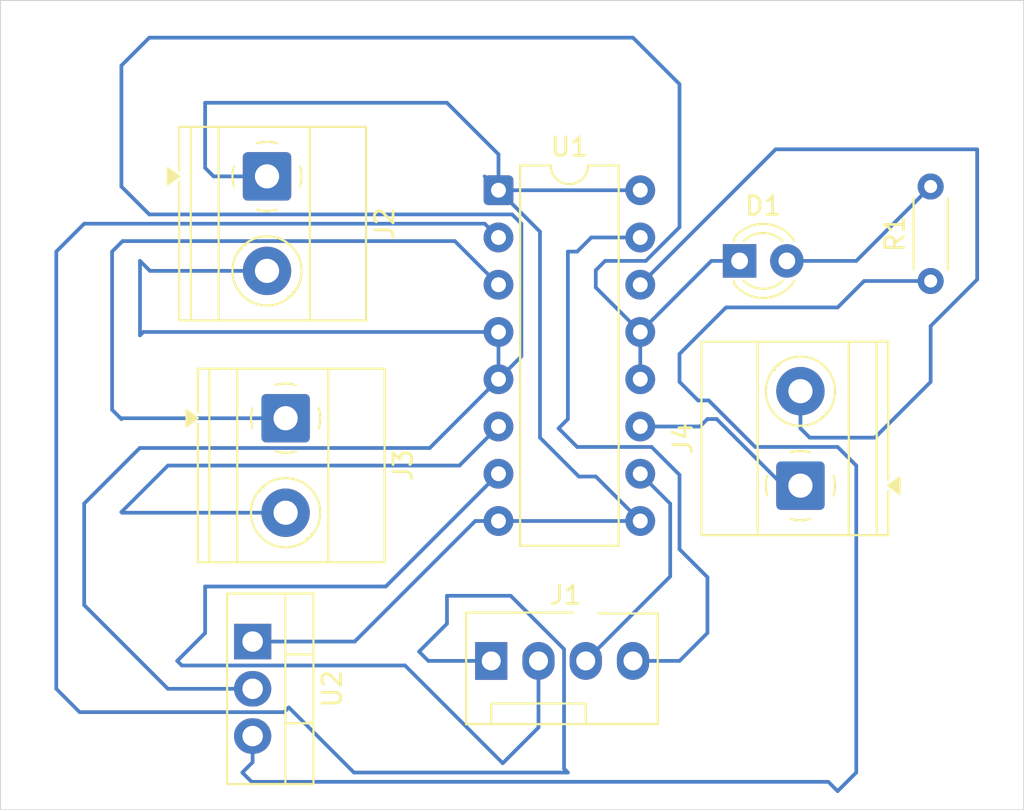
<source format=kicad_pcb>
(kicad_pcb (version 20241229) (generator "pcbnew") (generator_version "9.0")
  (layers (0 "F.Cu" signal) (2 "B.Cu" signal) (13 "F.Paste" user) (15 "B.Paste" user) (5 "F.SilkS" user "F.Silkscreen") (7 "B.SilkS" user "B.Silkscreen") (1 "F.Mask" user) (3 "B.Mask" user) (25 "Edge.Cuts" user))
  (net 0 "")
  (net 1 "GND")
  (net 2 "Net-(D1-A)")
  (net 3 "Net-(J1-Pin_1)")
  (net 4 "Net-(J1-Pin_4)")
  (net 5 "Net-(J1-Pin_3)")
  (net 6 "Net-(J1-Pin_2)")
  (net 7 "Net-(J2-Pin_1)")
  (net 8 "Net-(J3-Pin_1)")
  (net 9 "Net-(J3-Pin_2)")
  (net 10 "Net-(J4-Pin_2)")
  (net 11 "Net-(J4-Pin_1)")
  (net 12 "Net-(U2-OUT)")
  (footprint "Resistor_THT:R_Axial_DIN0204_L3.6mm_D1.6mm_P5.08mm_Horizontal" (layer "F.Cu") (at 153 62.58 90)
    (property "Reference" "R1" (at 2.54 -1.92 90) (layer "F.SilkS"))
    (property "Value" "R")
    (fp_line (start 0.62 -0.92) (end 4.46 -0.92) (stroke (width 0.12)) (layer "F.SilkS"))
    (fp_line (start 0.62 0.92) (end 4.46 0.92) (stroke (width 0.12)) (layer "F.SilkS"))
    (pad "1" thru_hole circle (at 0 0 90) (size 1.4 1.4) (drill 0.7) (layers "*.Cu" "*.Mask") (net 12 "Net-(U2-OUT)"))
    (pad "2" thru_hole oval (at 5.08 0 90) (size 1.4 1.4) (drill 0.7) (layers "*.Cu" "*.Mask") (net 2 "Net-(D1-A)"))
  )
  (footprint "TerminalBlock_Phoenix:TerminalBlock_Phoenix_MKDS-1,5-2-5.08_1x02_P5.08mm_Horizontal" (layer "F.Cu") (at 146 73.58 90)
    (property "Reference" "J4" (at 2.54 -6.32 90) (layer "F.SilkS"))
    (property "Value" "Screw_Terminal_01x02")
    (fp_line (start 7.74 -5.32) (end 7.74 4.72) (stroke (width 0.12)) (layer "F.SilkS"))
    (fp_line (start -2.66 -5.32) (end 7.74 -5.32) (stroke (width 0.12)) (layer "F.SilkS"))
    (fp_line (start -2.66 -5.32) (end -2.66 4.72) (stroke (width 0.12)) (layer "F.SilkS"))
    (fp_line (start -2.66 -2.3) (end 7.74 -2.3) (stroke (width 0.12)) (layer "F.SilkS"))
    (fp_line (start 6.264 -1.411) (end 6.22 -1.367) (stroke (width 0.12)) (layer "F.SilkS"))
    (fp_line (start 6.491 -1.184) (end 6.447 -1.14) (stroke (width 0.12)) (layer "F.SilkS"))
    (fp_line (start 3.713 1.14) (end 3.669 1.183) (stroke (width 0.12)) (layer "F.SilkS"))
    (fp_line (start 3.94 1.367) (end 3.896 1.41) (stroke (width 0.12)) (layer "F.SilkS"))
    (fp_line (start -2.66 2.6) (end 7.74 2.6) (stroke (width 0.12)) (layer "F.SilkS"))
    (fp_line (start -2.66 4.1) (end 7.74 4.1) (stroke (width 0.12)) (layer "F.SilkS"))
    (fp_line (start 0.3 4.72) (end 7.74 4.72) (stroke (width 0.12)) (layer "F.SilkS"))
    (fp_line (start -2.66 4.72) (end -0.3 4.72) (stroke (width 0.12)) (layer "F.SilkS"))
    (fp_arc (start -0.54 -1.78) (mid -0.000355 -1.860107) (end 0.539321 -1.780206) (stroke (width 0.12)) (layer "F.SilkS"))
    (fp_arc (start 1.78 -0.54) (mid 1.860107 -0.000355) (end 1.780206 0.539321) (stroke (width 0.12)) (layer "F.SilkS"))
    (fp_arc (start -1.78 0.54) (mid -1.860107 0.000355) (end -1.780206 -0.539321) (stroke (width 0.12)) (layer "F.SilkS"))
    (fp_arc (start 0.54 1.78) (mid 0.000355 1.860107) (end -0.539321 1.780206) (stroke (width 0.12)) (layer "F.SilkS"))
    (fp_circle (center 5.08 0) (end 6.94 0) (stroke (width 0.12)) (fill no) (layer "F.SilkS"))
    (fp_poly (pts (xy 0 4.72) (xy 0.44 5.33) (xy -0.44 5.33) (xy 0 4.72)) (stroke (width 0.12)) (fill yes) (layer "F.SilkS"))
    (pad "1" thru_hole roundrect (at 0 0 90) (size 2.6 2.6) (drill 1.3) (layers "*.Cu" "*.Mask") (roundrect_rratio 0.096154) (net 11 "Net-(J4-Pin_1)"))
    (pad "2" thru_hole circle (at 5.08 0 90) (size 2.6 2.6) (drill 1.3) (layers "*.Cu" "*.Mask") (net 10 "Net-(J4-Pin_2)"))
  )
  (footprint "Package_TO_SOT_THT:TO-220-3_Vertical" (layer "F.Cu") (at 116.555 81.96 -90)
    (property "Reference" "U2" (at 2.54 -4.27 90) (layer "F.SilkS"))
    (property "Value" "L7805")
    (fp_line (start -2.58 1.371) (end 7.66 1.371) (stroke (width 0.12)) (layer "F.SilkS"))
    (fp_line (start -2.58 -1.76) (end 7.66 -1.76) (stroke (width 0.12)) (layer "F.SilkS"))
    (fp_line (start -2.58 -3.27) (end -2.58 1.371) (stroke (width 0.12)) (layer "F.SilkS"))
    (fp_line (start -2.58 -3.27) (end 7.66 -3.27) (stroke (width 0.12)) (layer "F.SilkS"))
    (fp_line (start 0.69 -3.27) (end 0.69 -1.76) (stroke (width 0.12)) (layer "F.SilkS"))
    (fp_line (start 4.391 -3.27) (end 4.391 -1.76) (stroke (width 0.12)) (layer "F.SilkS"))
    (fp_line (start 7.66 -3.27) (end 7.66 1.371) (stroke (width 0.12)) (layer "F.SilkS"))
    (pad "1" thru_hole rect (at 0 0 270) (size 1.905 2) (drill 1.1) (layers "*.Cu" "*.Mask") (net 7 "Net-(J2-Pin_1)"))
    (pad "2" thru_hole oval (at 2.54 0 270) (size 1.905 2) (drill 1.1) (layers "*.Cu" "*.Mask") (net 1 "GND"))
    (pad "3" thru_hole oval (at 5.08 0 270) (size 1.905 2) (drill 1.1) (layers "*.Cu" "*.Mask") (net 12 "Net-(U2-OUT)"))
  )
  (footprint "Connector:FanPinHeader_1x04_P2.54mm_Vertical" (layer "F.Cu") (at 129.38 83)
    (property "Reference" "J1" (at 4 -3.55 0) (layer "F.SilkS"))
    (property "Value" "Conn_01x04_Pin")
    (fp_line (start -1.35 -2.6) (end 4.4 -2.6) (stroke (width 0.12)) (layer "F.SilkS"))
    (fp_line (start -1.35 3.4) (end -1.35 -2.6) (stroke (width 0.12)) (layer "F.SilkS"))
    (fp_line (start 0 2.29) (end 5.08 2.29) (stroke (width 0.12)) (layer "F.SilkS"))
    (fp_line (start 0 3.3) (end 0 2.29) (stroke (width 0.12)) (layer "F.SilkS"))
    (fp_line (start 5.08 2.29) (end 5.08 3.3) (stroke (width 0.12)) (layer "F.SilkS"))
    (fp_line (start 5.75 -2.55) (end 8.95 -2.55) (stroke (width 0.12)) (layer "F.SilkS"))
    (fp_line (start 8.95 -2.55) (end 8.95 3.4) (stroke (width 0.12)) (layer "F.SilkS"))
    (fp_line (start 8.95 3.4) (end -1.35 3.4) (stroke (width 0.12)) (layer "F.SilkS"))
    (pad "" np_thru_hole circle (at 5.08 -2.16 90) (size 1.1 1.1) (drill 1.1) (layers "*.Cu" "*.Mask"))
    (pad "1" thru_hole rect (at 0 0 90) (size 2.03 1.73) (drill 1.02) (layers "*.Cu" "*.Mask") (net 3 "Net-(J1-Pin_1)"))
    (pad "2" thru_hole oval (at 2.54 0 90) (size 2.03 1.73) (drill 1.02) (layers "*.Cu" "*.Mask") (net 6 "Net-(J1-Pin_2)"))
    (pad "3" thru_hole oval (at 5.08 0 90) (size 2.03 1.73) (drill 1.02) (layers "*.Cu" "*.Mask") (net 5 "Net-(J1-Pin_3)"))
    (pad "4" thru_hole oval (at 7.62 0 90) (size 2.03 1.73) (drill 1.02) (layers "*.Cu" "*.Mask") (net 4 "Net-(J1-Pin_4)"))
  )
  (footprint "Package_DIP:DIP-16_W7.62mm" (layer "F.Cu") (at 129.77 57.7)
    (property "Reference" "U1" (at 3.81 -2.33 0) (layer "F.SilkS"))
    (property "Value" "L293D")
    (fp_line (start 1.16 -1.33) (end 1.16 19.11) (stroke (width 0.12)) (layer "F.SilkS"))
    (fp_line (start 1.16 19.11) (end 6.46 19.11) (stroke (width 0.12)) (layer "F.SilkS"))
    (fp_line (start 2.81 -1.33) (end 1.16 -1.33) (stroke (width 0.12)) (layer "F.SilkS"))
    (fp_line (start 6.46 -1.33) (end 4.81 -1.33) (stroke (width 0.12)) (layer "F.SilkS"))
    (fp_line (start 6.46 19.11) (end 6.46 -1.33) (stroke (width 0.12)) (layer "F.SilkS"))
    (fp_arc (start 4.81 -1.33) (mid 3.81 -0.33) (end 2.81 -1.33) (stroke (width 0.12)) (layer "F.SilkS"))
    (pad "1" thru_hole roundrect (at 0 0) (size 1.6 1.6) (drill 0.8) (layers "*.Cu" "*.Mask") (roundrect_rratio 0.15625) (net 7 "Net-(J2-Pin_1)"))
    (pad "2" thru_hole circle (at 0 2.54) (size 1.6 1.6) (drill 0.8) (layers "*.Cu" "*.Mask") (net 3 "Net-(J1-Pin_1)"))
    (pad "3" thru_hole circle (at 0 5.08) (size 1.6 1.6) (drill 0.8) (layers "*.Cu" "*.Mask") (net 8 "Net-(J3-Pin_1)"))
    (pad "4" thru_hole circle (at 0 7.62) (size 1.6 1.6) (drill 0.8) (layers "*.Cu" "*.Mask") (net 1 "GND"))
    (pad "5" thru_hole circle (at 0 10.16) (size 1.6 1.6) (drill 0.8) (layers "*.Cu" "*.Mask") (net 1 "GND"))
    (pad "6" thru_hole circle (at 0 12.7) (size 1.6 1.6) (drill 0.8) (layers "*.Cu" "*.Mask") (net 9 "Net-(J3-Pin_2)"))
    (pad "7" thru_hole circle (at 0 15.24) (size 1.6 1.6) (drill 0.8) (layers "*.Cu" "*.Mask") (net 6 "Net-(J1-Pin_2)"))
    (pad "8" thru_hole circle (at 0 17.78) (size 1.6 1.6) (drill 0.8) (layers "*.Cu" "*.Mask") (net 7 "Net-(J2-Pin_1)"))
    (pad "9" thru_hole circle (at 7.62 17.78) (size 1.6 1.6) (drill 0.8) (layers "*.Cu" "*.Mask") (net 7 "Net-(J2-Pin_1)"))
    (pad "10" thru_hole circle (at 7.62 15.24) (size 1.6 1.6) (drill 0.8) (layers "*.Cu" "*.Mask") (net 5 "Net-(J1-Pin_3)"))
    (pad "11" thru_hole circle (at 7.62 12.7) (size 1.6 1.6) (drill 0.8) (layers "*.Cu" "*.Mask") (net 11 "Net-(J4-Pin_1)"))
    (pad "12" thru_hole circle (at 7.62 10.16) (size 1.6 1.6) (drill 0.8) (layers "*.Cu" "*.Mask") (net 1 "GND"))
    (pad "13" thru_hole circle (at 7.62 7.62) (size 1.6 1.6) (drill 0.8) (layers "*.Cu" "*.Mask") (net 1 "GND"))
    (pad "14" thru_hole circle (at 7.62 5.08) (size 1.6 1.6) (drill 0.8) (layers "*.Cu" "*.Mask") (net 10 "Net-(J4-Pin_2)"))
    (pad "15" thru_hole circle (at 7.62 2.54) (size 1.6 1.6) (drill 0.8) (layers "*.Cu" "*.Mask") (net 4 "Net-(J1-Pin_4)"))
    (pad "16" thru_hole circle (at 7.62 0) (size 1.6 1.6) (drill 0.8) (layers "*.Cu" "*.Mask") (net 7 "Net-(J2-Pin_1)"))
  )
  (footprint "TerminalBlock_Phoenix:TerminalBlock_Phoenix_MKDS-1,5-2-5.08_1x02_P5.08mm_Horizontal" (layer "F.Cu") (at 117.3275 56.955 -90)
    (property "Reference" "J2" (at 2.54 -6.32 90) (layer "F.SilkS"))
    (property "Value" "Screw_Terminal_01x02")
    (fp_line (start -2.66 4.72) (end -0.3 4.72) (stroke (width 0.12)) (layer "F.SilkS"))
    (fp_line (start 0.3 4.72) (end 7.74 4.72) (stroke (width 0.12)) (layer "F.SilkS"))
    (fp_line (start -2.66 4.1) (end 7.74 4.1) (stroke (width 0.12)) (layer "F.SilkS"))
    (fp_line (start -2.66 2.6) (end 7.74 2.6) (stroke (width 0.12)) (layer "F.SilkS"))
    (fp_line (start 3.94 1.367) (end 3.896 1.41) (stroke (width 0.12)) (layer "F.SilkS"))
    (fp_line (start 3.713 1.14) (end 3.669 1.183) (stroke (width 0.12)) (layer "F.SilkS"))
    (fp_line (start 6.491 -1.184) (end 6.447 -1.14) (stroke (width 0.12)) (layer "F.SilkS"))
    (fp_line (start 6.264 -1.411) (end 6.22 -1.367) (stroke (width 0.12)) (layer "F.SilkS"))
    (fp_line (start -2.66 -2.3) (end 7.74 -2.3) (stroke (width 0.12)) (layer "F.SilkS"))
    (fp_line (start -2.66 -5.32) (end -2.66 4.72) (stroke (width 0.12)) (layer "F.SilkS"))
    (fp_line (start -2.66 -5.32) (end 7.74 -5.32) (stroke (width 0.12)) (layer "F.SilkS"))
    (fp_line (start 7.74 -5.32) (end 7.74 4.72) (stroke (width 0.12)) (layer "F.SilkS"))
    (fp_arc (start 0.54 1.78) (mid 0.000355 1.860107) (end -0.539321 1.780206) (stroke (width 0.12)) (layer "F.SilkS"))
    (fp_arc (start -1.78 0.54) (mid -1.860107 0.000355) (end -1.780206 -0.539321) (stroke (width 0.12)) (layer "F.SilkS"))
    (fp_arc (start 1.78 -0.54) (mid 1.860107 -0.000355) (end 1.780206 0.539321) (stroke (width 0.12)) (layer "F.SilkS"))
    (fp_arc (start -0.54 -1.78) (mid -0.000355 -1.860107) (end 0.539321 -1.780206) (stroke (width 0.12)) (layer "F.SilkS"))
    (fp_circle (center 5.08 0) (end 6.94 0) (stroke (width 0.12)) (fill no) (layer "F.SilkS"))
    (fp_poly (pts (xy 0 4.72) (xy 0.44 5.33) (xy -0.44 5.33) (xy 0 4.72)) (stroke (width 0.12)) (fill yes) (layer "F.SilkS"))
    (pad "1" thru_hole roundrect (at 0 0 270) (size 2.6 2.6) (drill 1.3) (layers "*.Cu" "*.Mask") (roundrect_rratio 0.096154) (net 7 "Net-(J2-Pin_1)"))
    (pad "2" thru_hole circle (at 5.08 0 270) (size 2.6 2.6) (drill 1.3) (layers "*.Cu" "*.Mask") (net 1 "GND"))
  )
  (footprint "TerminalBlock_Phoenix:TerminalBlock_Phoenix_MKDS-1,5-2-5.08_1x02_P5.08mm_Horizontal" (layer "F.Cu") (at 118.3275 69.955 -90)
    (property "Reference" "J3" (at 2.54 -6.32 90) (layer "F.SilkS"))
    (property "Value" "Screw_Terminal_01x02")
    (fp_line (start -2.66 4.72) (end -0.3 4.72) (stroke (width 0.12)) (layer "F.SilkS"))
    (fp_line (start 0.3 4.72) (end 7.74 4.72) (stroke (width 0.12)) (layer "F.SilkS"))
    (fp_line (start -2.66 4.1) (end 7.74 4.1) (stroke (width 0.12)) (layer "F.SilkS"))
    (fp_line (start -2.66 2.6) (end 7.74 2.6) (stroke (width 0.12)) (layer "F.SilkS"))
    (fp_line (start 3.94 1.367) (end 3.896 1.41) (stroke (width 0.12)) (layer "F.SilkS"))
    (fp_line (start 3.713 1.14) (end 3.669 1.183) (stroke (width 0.12)) (layer "F.SilkS"))
    (fp_line (start 6.491 -1.184) (end 6.447 -1.14) (stroke (width 0.12)) (layer "F.SilkS"))
    (fp_line (start 6.264 -1.411) (end 6.22 -1.367) (stroke (width 0.12)) (layer "F.SilkS"))
    (fp_line (start -2.66 -2.3) (end 7.74 -2.3) (stroke (width 0.12)) (layer "F.SilkS"))
    (fp_line (start -2.66 -5.32) (end -2.66 4.72) (stroke (width 0.12)) (layer "F.SilkS"))
    (fp_line (start -2.66 -5.32) (end 7.74 -5.32) (stroke (width 0.12)) (layer "F.SilkS"))
    (fp_line (start 7.74 -5.32) (end 7.74 4.72) (stroke (width 0.12)) (layer "F.SilkS"))
    (fp_arc (start 0.54 1.78) (mid 0.000355 1.860107) (end -0.539321 1.780206) (stroke (width 0.12)) (layer "F.SilkS"))
    (fp_arc (start -1.78 0.54) (mid -1.860107 0.000355) (end -1.780206 -0.539321) (stroke (width 0.12)) (layer "F.SilkS"))
    (fp_arc (start 1.78 -0.54) (mid 1.860107 -0.000355) (end 1.780206 0.539321) (stroke (width 0.12)) (layer "F.SilkS"))
    (fp_arc (start -0.54 -1.78) (mid -0.000355 -1.860107) (end 0.539321 -1.780206) (stroke (width 0.12)) (layer "F.SilkS"))
    (fp_circle (center 5.08 0) (end 6.94 0) (stroke (width 0.12)) (fill no) (layer "F.SilkS"))
    (fp_poly (pts (xy 0 4.72) (xy 0.44 5.33) (xy -0.44 5.33) (xy 0 4.72)) (stroke (width 0.12)) (fill yes) (layer "F.SilkS"))
    (pad "1" thru_hole roundrect (at 0 0 270) (size 2.6 2.6) (drill 1.3) (layers "*.Cu" "*.Mask") (roundrect_rratio 0.096154) (net 8 "Net-(J3-Pin_1)"))
    (pad "2" thru_hole circle (at 5.08 0 270) (size 2.6 2.6) (drill 1.3) (layers "*.Cu" "*.Mask") (net 9 "Net-(J3-Pin_2)"))
  )
  (footprint "LED_THT:LED_D3.0mm" (layer "F.Cu") (at 142.73 61.5)
    (property "Reference" "D1" (at 1.27 -2.96 0) (layer "F.SilkS"))
    (property "Value" "LED")
    (fp_line (start -0.29 -1.236) (end -0.29 -1.08) (stroke (width 0.12)) (layer "F.SilkS"))
    (fp_line (start -0.29 1.08) (end -0.29 1.236) (stroke (width 0.12)) (layer "F.SilkS"))
    (fp_arc (start -0.29 -1.235516) (mid 1.365624 -1.987701) (end 2.941397 -1.080061) (stroke (width 0.12)) (layer "F.SilkS"))
    (fp_arc (start 0.229039 -1.08) (mid 1.269964 -1.5) (end 2.31091 -1.080049) (stroke (width 0.12)) (layer "F.SilkS"))
    (fp_arc (start 2.31091 1.080049) (mid 1.269964 1.5) (end 0.229039 1.08) (stroke (width 0.12)) (layer "F.SilkS"))
    (fp_arc (start 2.941397 1.080061) (mid 1.365624 1.987701) (end -0.29 1.235516) (stroke (width 0.12)) (layer "F.SilkS"))
    (pad "1" thru_hole rect (at 0 0) (size 1.8 1.8) (drill 0.9) (layers "*.Cu" "*.Mask") (net 1 "GND"))
    (pad "2" thru_hole circle (at 2.54 0) (size 1.8 1.8) (drill 0.9) (layers "*.Cu" "*.Mask") (net 2 "Net-(D1-A)"))
  )
  (gr_rect (start 103 47.5) (end 158 91) (stroke (width 0.05)) (fill no) (layer "Edge.Cuts"))
  (segment (start 112 84.5) (end 107.5 80) (width 0.2) (layer "B.Cu") (net 1))
  (segment (start 116.555 84.5) (end 112 84.5) (width 0.2) (layer "B.Cu") (net 1))
  (segment (start 107.5 74.5449) (end 110.4889 71.556) (width 0.2) (layer "B.Cu") (net 1))
  (segment (start 135 62) (end 135 62.93) (width 0.2) (layer "B.Cu") (net 1))
  (segment (start 110.5 65.5) (end 110.68 65.32) (width 0.2) (layer "B.Cu") (net 1))
  (segment (start 142.73 61.5) (end 141.21 61.5) (width 0.2) (layer "B.Cu") (net 1))
  (segment (start 110.68 65.32) (end 129.77 65.32) (width 0.2) (layer "B.Cu") (net 1))
  (segment (start 117.3275 62.035) (end 111.035 62.035) (width 0.2) (layer "B.Cu") (net 1))
  (segment (start 137.68705 61.5) (end 135.5 61.5) (width 0.2) (layer "B.Cu") (net 1))
  (segment (start 139.5 59.68705) (end 137.68705 61.5) (width 0.2) (layer "B.Cu") (net 1))
  (segment (start 111 59) (end 109.5 57.5) (width 0.2) (layer "B.Cu") (net 1))
  (segment (start 141.21 61.5) (end 137.39 65.32) (width 0.2) (layer "B.Cu") (net 1))
  (segment (start 111 49.5) (end 137 49.5) (width 0.2) (layer "B.Cu") (net 1))
  (segment (start 129.77 67.86) (end 131 66.63) (width 0.2) (layer "B.Cu") (net 1))
  (segment (start 109.5 51) (end 111 49.5) (width 0.2) (layer "B.Cu") (net 1))
  (segment (start 130.5029 59) (end 111 59) (width 0.2) (layer "B.Cu") (net 1))
  (segment (start 131 59.4971) (end 130.5029 59) (width 0.2) (layer "B.Cu") (net 1))
  (segment (start 135 62.93) (end 137.39 65.32) (width 0.2) (layer "B.Cu") (net 1))
  (segment (start 135.5 61.5) (end 135 62) (width 0.2) (layer "B.Cu") (net 1))
  (segment (start 139.5 52) (end 139.5 59.68705) (width 0.2) (layer "B.Cu") (net 1))
  (segment (start 109.5 57.5) (end 109.5 51) (width 0.2) (layer "B.Cu") (net 1))
  (segment (start 110.5 61.5) (end 110.5 65.5) (width 0.2) (layer "B.Cu") (net 1))
  (segment (start 107.5 80) (end 107.5 74.5449) (width 0.2) (layer "B.Cu") (net 1))
  (segment (start 129.77 67.86) (end 126.074 71.556) (width 0.2) (layer "B.Cu") (net 1))
  (segment (start 137.39 65.32) (end 137.39 67.86) (width 0.2) (layer "B.Cu") (net 1))
  (segment (start 111.035 62.035) (end 110.5 61.5) (width 0.2) (layer "B.Cu") (net 1))
  (segment (start 137 49.5) (end 139.5 52) (width 0.2) (layer "B.Cu") (net 1))
  (segment (start 131 66.63) (end 131 59.4971) (width 0.2) (layer "B.Cu") (net 1))
  (segment (start 129.77 67.86) (end 129.77 65.32) (width 0.2) (layer "B.Cu") (net 1))
  (segment (start 126.074 71.556) (end 110.4889 71.556) (width 0.2) (layer "B.Cu") (net 1))
  (segment (start 149 61.5) (end 153 57.5) (width 0.2) (layer "B.Cu") (net 2))
  (segment (start 145.31 61.46) (end 145.27 61.5) (width 0.2) (layer "B.Cu") (net 2))
  (segment (start 145.27 61.5) (end 149 61.5) (width 0.2) (layer "B.Cu") (net 2))
  (segment (start 129.03 59.5) (end 129.77 60.24) (width 0.2) (layer "B.Cu") (net 3))
  (segment (start 127 79.5) (end 130.426973 79.5) (width 0.2) (layer "B.Cu") (net 3))
  (segment (start 118.2465 85.7535) (end 107.2535 85.7535) (width 0.2) (layer "B.Cu") (net 3))
  (segment (start 126 83) (end 125.5 82.5) (width 0.2) (layer "B.Cu") (net 3))
  (segment (start 129.38 83) (end 126 83) (width 0.2) (layer "B.Cu") (net 3))
  (segment (start 107.5 59.5) (end 129.03 59.5) (width 0.2) (layer "B.Cu") (net 3))
  (segment (start 130.426973 79.5) (end 133.294 82.367027) (width 0.2) (layer "B.Cu") (net 3))
  (segment (start 118.5 85.5) (end 118.2465 85.7535) (width 0.2) (layer "B.Cu") (net 3))
  (segment (start 133.5 89) (end 122 89) (width 0.2) (layer "B.Cu") (net 3))
  (segment (start 125.5 82.5) (end 127 81) (width 0.2) (layer "B.Cu") (net 3))
  (segment (start 127 81) (end 127 79.5) (width 0.2) (layer "B.Cu") (net 3))
  (segment (start 106 84.5) (end 106 61) (width 0.2) (layer "B.Cu") (net 3))
  (segment (start 133.294 82.367027) (end 133.294 88.794) (width 0.2) (layer "B.Cu") (net 3))
  (segment (start 106 61) (end 107.5 59.5) (width 0.2) (layer "B.Cu") (net 3))
  (segment (start 133.294 88.794) (end 133.5 89) (width 0.2) (layer "B.Cu") (net 3))
  (segment (start 122 89) (end 118.5 85.5) (width 0.2) (layer "B.Cu") (net 3))
  (segment (start 107.2535 85.7535) (end 106 84.5) (width 0.2) (layer "B.Cu") (net 3))
  (segment (start 133.5 61) (end 134 61) (width 0.2) (layer "B.Cu") (net 4))
  (segment (start 141 81.5) (end 141 78.5) (width 0.2) (layer "B.Cu") (net 4))
  (segment (start 134 71.5) (end 133 70.5) (width 0.2) (layer "B.Cu") (net 4))
  (segment (start 134 61) (end 134.76 60.24) (width 0.2) (layer "B.Cu") (net 4))
  (segment (start 139.5 77) (end 139.5 73) (width 0.2) (layer "B.Cu") (net 4))
  (segment (start 139.5 73) (end 138 71.5) (width 0.2) (layer "B.Cu") (net 4))
  (segment (start 139.5 83) (end 141 81.5) (width 0.2) (layer "B.Cu") (net 4))
  (segment (start 137 83) (end 139.5 83) (width 0.2) (layer "B.Cu") (net 4))
  (segment (start 138 71.5) (end 134 71.5) (width 0.2) (layer "B.Cu") (net 4))
  (segment (start 133.5 70) (end 133.5 61) (width 0.2) (layer "B.Cu") (net 4))
  (segment (start 134.76 60.24) (end 137.39 60.24) (width 0.2) (layer "B.Cu") (net 4))
  (segment (start 141 78.5) (end 139.5 77) (width 0.2) (layer "B.Cu") (net 4))
  (segment (start 133 70.5) (end 133.5 70) (width 0.2) (layer "B.Cu") (net 4))
  (segment (start 139 74.55) (end 137.39 72.94) (width 0.2) (layer "B.Cu") (net 5))
  (segment (start 134.46 83) (end 139 78.46) (width 0.2) (layer "B.Cu") (net 5))
  (segment (start 139 78.46) (end 139 74.55) (width 0.2) (layer "B.Cu") (net 5))
  (segment (start 124.7465 83.2465) (end 112.7465 83.2465) (width 0.2) (layer "B.Cu") (net 6))
  (segment (start 112.5 83) (end 114 81.5) (width 0.2) (layer "B.Cu") (net 6))
  (segment (start 123.71 79) (end 129.77 72.94) (width 0.2) (layer "B.Cu") (net 6))
  (segment (start 131.92 86.58) (end 130 88.5) (width 0.2) (layer "B.Cu") (net 6))
  (segment (start 114 79) (end 123.71 79) (width 0.2) (layer "B.Cu") (net 6))
  (segment (start 131.92 83) (end 131.92 86.58) (width 0.2) (layer "B.Cu") (net 6))
  (segment (start 112.7465 83.2465) (end 112.5 83) (width 0.2) (layer "B.Cu") (net 6))
  (segment (start 114 81.5) (end 114 79) (width 0.2) (layer "B.Cu") (net 6))
  (segment (start 130 88.5) (end 124.7465 83.2465) (width 0.2) (layer "B.Cu") (net 6))
  (segment (start 117.3275 56.955) (end 114.455 56.955) (width 0.2) (layer "B.Cu") (net 7))
  (segment (start 127 53) (end 129.77 55.77) (width 0.2) (layer "B.Cu") (net 7))
  (segment (start 114 56.5) (end 114 53) (width 0.2) (layer "B.Cu") (net 7))
  (segment (start 122.04 81.96) (end 128.52 75.48) (width 0.2) (layer "B.Cu") (net 7))
  (segment (start 132 71) (end 132 59.93) (width 0.2) (layer "B.Cu") (net 7))
  (segment (start 129.77 55.77) (end 129.77 57.7) (width 0.2) (layer "B.Cu") (net 7))
  (segment (start 114 53) (end 127 53) (width 0.2) (layer "B.Cu") (net 7))
  (segment (start 129.025 56.955) (end 129.77 57.7) (width 0.2) (layer "B.Cu") (net 7))
  (segment (start 128.52 75.48) (end 129.77 75.48) (width 0.2) (layer "B.Cu") (net 7))
  (segment (start 134.09 73.09) (end 132 71) (width 0.2) (layer "B.Cu") (net 7))
  (segment (start 135 73.09) (end 134.09 73.09) (width 0.2) (layer "B.Cu") (net 7))
  (segment (start 129.77 57.7) (end 137.39 57.7) (width 0.2) (layer "B.Cu") (net 7))
  (segment (start 132 59.93) (end 129.77 57.7) (width 0.2) (layer "B.Cu") (net 7))
  (segment (start 129.77 75.48) (end 137.39 75.48) (width 0.2) (layer "B.Cu") (net 7))
  (segment (start 137.39 75.48) (end 135 73.09) (width 0.2) (layer "B.Cu") (net 7))
  (segment (start 114.455 56.955) (end 114 56.5) (width 0.2) (layer "B.Cu") (net 7))
  (segment (start 116.555 81.96) (end 122.04 81.96) (width 0.2) (layer "B.Cu") (net 7))
  (segment (start 127.424 60.434) (end 129.77 62.78) (width 0.2) (layer "B.Cu") (net 8))
  (segment (start 109.566 60.434) (end 127.424 60.434) (width 0.2) (layer "B.Cu") (net 8))
  (segment (start 109.5 70) (end 109 69.5) (width 0.2) (layer "B.Cu") (net 8))
  (segment (start 118.3275 69.955) (end 109.545 69.955) (width 0.2) (layer "B.Cu") (net 8))
  (segment (start 109 61) (end 109.566 60.434) (width 0.2) (layer "B.Cu") (net 8))
  (segment (start 109 69.5) (end 109 61) (width 0.2) (layer "B.Cu") (net 8))
  (segment (start 109.545 69.955) (end 109.5 70) (width 0.2) (layer "B.Cu") (net 8))
  (segment (start 127.67 72.5) (end 129.77 70.4) (width 0.2) (layer "B.Cu") (net 9))
  (segment (start 109.535 75.035) (end 109.5 75) (width 0.2) (layer "B.Cu") (net 9))
  (segment (start 118.3275 75.035) (end 109.535 75.035) (width 0.2) (layer "B.Cu") (net 9))
  (segment (start 109.5 75) (end 112 72.5) (width 0.2) (layer "B.Cu") (net 9))
  (segment (start 112 72.5) (end 127.67 72.5) (width 0.2) (layer "B.Cu") (net 9))
  (segment (start 146 70.5) (end 146.5 71) (width 0.2) (layer "B.Cu") (net 10))
  (segment (start 144.67 55.5) (end 137.39 62.78) (width 0.2) (layer "B.Cu") (net 10))
  (segment (start 153 68) (end 153 65) (width 0.2) (layer "B.Cu") (net 10))
  (segment (start 155.5 55.5) (end 144.67 55.5) (width 0.2) (layer "B.Cu") (net 10))
  (segment (start 155.5 62.5) (end 155.5 55.5) (width 0.2) (layer "B.Cu") (net 10))
  (segment (start 146 68.5) (end 146 70.5) (width 0.2) (layer "B.Cu") (net 10))
  (segment (start 153 65) (end 155.5 62.5) (width 0.2) (layer "B.Cu") (net 10))
  (segment (start 150 71) (end 153 68) (width 0.2) (layer "B.Cu") (net 10))
  (segment (start 146.5 71) (end 150 71) (width 0.2) (layer "B.Cu") (net 10))
  (segment (start 141.5 70) (end 141 70) (width 0.2) (layer "B.Cu") (net 11))
  (segment (start 145.08 73.58) (end 141.5 70) (width 0.2) (layer "B.Cu") (net 11))
  (segment (start 146 73.58) (end 145.08 73.58) (width 0.2) (layer "B.Cu") (net 11))
  (segment (start 140.6 70.4) (end 137.39 70.4) (width 0.2) (layer "B.Cu") (net 11))
  (segment (start 141 70) (end 140.6 70.4) (width 0.2) (layer "B.Cu") (net 11))
  (segment (start 148 71.5) (end 149 72.5) (width 0.2) (layer "B.Cu") (net 12))
  (segment (start 148 90) (end 147.5 89.5) (width 0.2) (layer "B.Cu") (net 12))
  (segment (start 148 64) (end 142 64) (width 0.2) (layer "B.Cu") (net 12))
  (segment (start 139.5 66.5) (end 139.5 68) (width 0.2) (layer "B.Cu") (net 12))
  (segment (start 149.42 62.58) (end 148 64) (width 0.2) (layer "B.Cu") (net 12))
  (segment (start 141.0671 69) (end 143.5671 71.5) (width 0.2) (layer "B.Cu") (net 12))
  (segment (start 149 72.5) (end 149 89) (width 0.2) (layer "B.Cu") (net 12))
  (segment (start 142 64) (end 139.5 66.5) (width 0.2) (layer "B.Cu") (net 12))
  (segment (start 116.555 88.445) (end 116.555 87.04) (width 0.2) (layer "B.Cu") (net 12))
  (segment (start 139.5 68) (end 140.5 69) (width 0.2) (layer "B.Cu") (net 12))
  (segment (start 153 62.58) (end 149.42 62.58) (width 0.2) (layer "B.Cu") (net 12))
  (segment (start 116 89) (end 116.555 88.445) (width 0.2) (layer "B.Cu") (net 12))
  (segment (start 147.5 89.5) (end 116.5 89.5) (width 0.2) (layer "B.Cu") (net 12))
  (segment (start 140.5 69) (end 141.0671 69) (width 0.2) (layer "B.Cu") (net 12))
  (segment (start 116.5 89.5) (end 116 89) (width 0.2) (layer "B.Cu") (net 12))
  (segment (start 149 89) (end 148 90) (width 0.2) (layer "B.Cu") (net 12))
  (segment (start 143.5671 71.5) (end 148 71.5) (width 0.2) (layer "B.Cu") (net 12))
)
</source>
